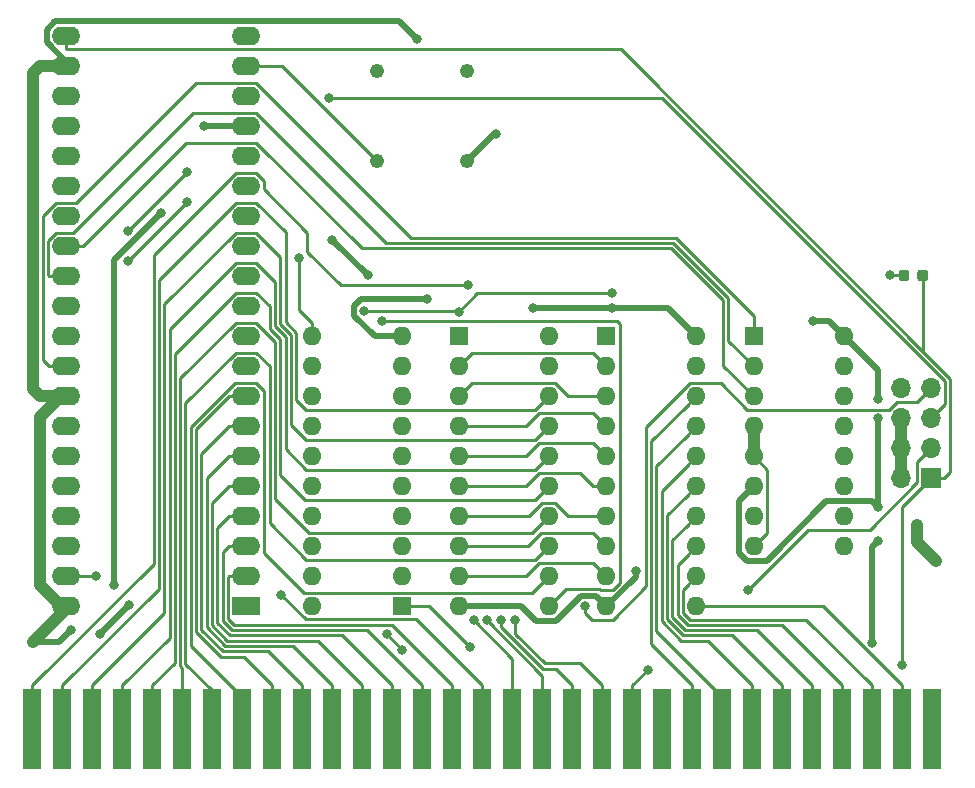
<source format=gbr>
G04 #@! TF.GenerationSoftware,KiCad,Pcbnew,(5.1.5)-3*
G04 #@! TF.CreationDate,2021-12-23T14:00:04+02:00*
G04 #@! TF.ProjectId,CPU,4350552e-6b69-4636-9164-5f7063625858,rev?*
G04 #@! TF.SameCoordinates,Original*
G04 #@! TF.FileFunction,Copper,L1,Top*
G04 #@! TF.FilePolarity,Positive*
%FSLAX46Y46*%
G04 Gerber Fmt 4.6, Leading zero omitted, Abs format (unit mm)*
G04 Created by KiCad (PCBNEW (5.1.5)-3) date 2021-12-23 14:00:04*
%MOMM*%
%LPD*%
G04 APERTURE LIST*
%ADD10C,1.210000*%
%ADD11C,0.100000*%
%ADD12O,2.400000X1.600000*%
%ADD13R,2.400000X1.600000*%
%ADD14O,1.700000X1.700000*%
%ADD15R,1.700000X1.700000*%
%ADD16O,1.600000X1.600000*%
%ADD17R,1.600000X1.600000*%
%ADD18R,1.524000X6.858000*%
%ADD19C,0.800000*%
%ADD20C,1.000000*%
%ADD21C,0.250000*%
%ADD22C,1.000000*%
%ADD23C,0.500000*%
G04 APERTURE END LIST*
D10*
X138700000Y-72320000D03*
X131080000Y-72320000D03*
X131080000Y-64700000D03*
X138700000Y-64700000D03*
G04 #@! TA.AperFunction,SMDPad,CuDef*
D11*
G36*
X177527691Y-81526053D02*
G01*
X177548926Y-81529203D01*
X177569750Y-81534419D01*
X177589962Y-81541651D01*
X177609368Y-81550830D01*
X177627781Y-81561866D01*
X177645024Y-81574654D01*
X177660930Y-81589070D01*
X177675346Y-81604976D01*
X177688134Y-81622219D01*
X177699170Y-81640632D01*
X177708349Y-81660038D01*
X177715581Y-81680250D01*
X177720797Y-81701074D01*
X177723947Y-81722309D01*
X177725000Y-81743750D01*
X177725000Y-82256250D01*
X177723947Y-82277691D01*
X177720797Y-82298926D01*
X177715581Y-82319750D01*
X177708349Y-82339962D01*
X177699170Y-82359368D01*
X177688134Y-82377781D01*
X177675346Y-82395024D01*
X177660930Y-82410930D01*
X177645024Y-82425346D01*
X177627781Y-82438134D01*
X177609368Y-82449170D01*
X177589962Y-82458349D01*
X177569750Y-82465581D01*
X177548926Y-82470797D01*
X177527691Y-82473947D01*
X177506250Y-82475000D01*
X177068750Y-82475000D01*
X177047309Y-82473947D01*
X177026074Y-82470797D01*
X177005250Y-82465581D01*
X176985038Y-82458349D01*
X176965632Y-82449170D01*
X176947219Y-82438134D01*
X176929976Y-82425346D01*
X176914070Y-82410930D01*
X176899654Y-82395024D01*
X176886866Y-82377781D01*
X176875830Y-82359368D01*
X176866651Y-82339962D01*
X176859419Y-82319750D01*
X176854203Y-82298926D01*
X176851053Y-82277691D01*
X176850000Y-82256250D01*
X176850000Y-81743750D01*
X176851053Y-81722309D01*
X176854203Y-81701074D01*
X176859419Y-81680250D01*
X176866651Y-81660038D01*
X176875830Y-81640632D01*
X176886866Y-81622219D01*
X176899654Y-81604976D01*
X176914070Y-81589070D01*
X176929976Y-81574654D01*
X176947219Y-81561866D01*
X176965632Y-81550830D01*
X176985038Y-81541651D01*
X177005250Y-81534419D01*
X177026074Y-81529203D01*
X177047309Y-81526053D01*
X177068750Y-81525000D01*
X177506250Y-81525000D01*
X177527691Y-81526053D01*
G37*
G04 #@! TD.AperFunction*
G04 #@! TA.AperFunction,SMDPad,CuDef*
G36*
X175952691Y-81526053D02*
G01*
X175973926Y-81529203D01*
X175994750Y-81534419D01*
X176014962Y-81541651D01*
X176034368Y-81550830D01*
X176052781Y-81561866D01*
X176070024Y-81574654D01*
X176085930Y-81589070D01*
X176100346Y-81604976D01*
X176113134Y-81622219D01*
X176124170Y-81640632D01*
X176133349Y-81660038D01*
X176140581Y-81680250D01*
X176145797Y-81701074D01*
X176148947Y-81722309D01*
X176150000Y-81743750D01*
X176150000Y-82256250D01*
X176148947Y-82277691D01*
X176145797Y-82298926D01*
X176140581Y-82319750D01*
X176133349Y-82339962D01*
X176124170Y-82359368D01*
X176113134Y-82377781D01*
X176100346Y-82395024D01*
X176085930Y-82410930D01*
X176070024Y-82425346D01*
X176052781Y-82438134D01*
X176034368Y-82449170D01*
X176014962Y-82458349D01*
X175994750Y-82465581D01*
X175973926Y-82470797D01*
X175952691Y-82473947D01*
X175931250Y-82475000D01*
X175493750Y-82475000D01*
X175472309Y-82473947D01*
X175451074Y-82470797D01*
X175430250Y-82465581D01*
X175410038Y-82458349D01*
X175390632Y-82449170D01*
X175372219Y-82438134D01*
X175354976Y-82425346D01*
X175339070Y-82410930D01*
X175324654Y-82395024D01*
X175311866Y-82377781D01*
X175300830Y-82359368D01*
X175291651Y-82339962D01*
X175284419Y-82319750D01*
X175279203Y-82298926D01*
X175276053Y-82277691D01*
X175275000Y-82256250D01*
X175275000Y-81743750D01*
X175276053Y-81722309D01*
X175279203Y-81701074D01*
X175284419Y-81680250D01*
X175291651Y-81660038D01*
X175300830Y-81640632D01*
X175311866Y-81622219D01*
X175324654Y-81604976D01*
X175339070Y-81589070D01*
X175354976Y-81574654D01*
X175372219Y-81561866D01*
X175390632Y-81550830D01*
X175410038Y-81541651D01*
X175430250Y-81534419D01*
X175451074Y-81529203D01*
X175472309Y-81526053D01*
X175493750Y-81525000D01*
X175931250Y-81525000D01*
X175952691Y-81526053D01*
G37*
G04 #@! TD.AperFunction*
D12*
X104760000Y-110000000D03*
X120000000Y-61740000D03*
X104760000Y-107460000D03*
X120000000Y-64280000D03*
X104760000Y-104920000D03*
X120000000Y-66820000D03*
X104760000Y-102380000D03*
X120000000Y-69360000D03*
X104760000Y-99840000D03*
X120000000Y-71900000D03*
X104760000Y-97300000D03*
X120000000Y-74440000D03*
X104760000Y-94760000D03*
X120000000Y-76980000D03*
X104760000Y-92220000D03*
X120000000Y-79520000D03*
X104760000Y-89680000D03*
X120000000Y-82060000D03*
X104760000Y-87140000D03*
X120000000Y-84600000D03*
X104760000Y-84600000D03*
X120000000Y-87140000D03*
X104760000Y-82060000D03*
X120000000Y-89680000D03*
X104760000Y-79520000D03*
X120000000Y-92220000D03*
X104760000Y-76980000D03*
X120000000Y-94760000D03*
X104760000Y-74440000D03*
X120000000Y-97300000D03*
X104760000Y-71900000D03*
X120000000Y-99840000D03*
X104760000Y-69360000D03*
X120000000Y-102380000D03*
X104760000Y-66820000D03*
X120000000Y-104920000D03*
X104760000Y-64280000D03*
X120000000Y-107460000D03*
X104760000Y-61740000D03*
D13*
X120000000Y-110000000D03*
D14*
X175460000Y-91530000D03*
X178000000Y-91530000D03*
X175460000Y-94070000D03*
X178000000Y-94070000D03*
X175460000Y-96610000D03*
X178000000Y-96610000D03*
X175460000Y-99150000D03*
D15*
X178000000Y-99150000D03*
D16*
X158120000Y-87150000D03*
X150500000Y-110010000D03*
X158120000Y-89690000D03*
X150500000Y-107470000D03*
X158120000Y-92230000D03*
X150500000Y-104930000D03*
X158120000Y-94770000D03*
X150500000Y-102390000D03*
X158120000Y-97310000D03*
X150500000Y-99850000D03*
X158120000Y-99850000D03*
X150500000Y-97310000D03*
X158120000Y-102390000D03*
X150500000Y-94770000D03*
X158120000Y-104930000D03*
X150500000Y-92230000D03*
X158120000Y-107470000D03*
X150500000Y-89690000D03*
X158120000Y-110010000D03*
D17*
X150500000Y-87150000D03*
D16*
X125580000Y-110000000D03*
X133200000Y-87140000D03*
X125580000Y-107460000D03*
X133200000Y-89680000D03*
X125580000Y-104920000D03*
X133200000Y-92220000D03*
X125580000Y-102380000D03*
X133200000Y-94760000D03*
X125580000Y-99840000D03*
X133200000Y-97300000D03*
X125580000Y-97300000D03*
X133200000Y-99840000D03*
X125580000Y-94760000D03*
X133200000Y-102380000D03*
X125580000Y-92220000D03*
X133200000Y-104920000D03*
X125580000Y-89680000D03*
X133200000Y-107460000D03*
X125580000Y-87140000D03*
D17*
X133200000Y-110000000D03*
D16*
X145620000Y-87150000D03*
X138000000Y-110010000D03*
X145620000Y-89690000D03*
X138000000Y-107470000D03*
X145620000Y-92230000D03*
X138000000Y-104930000D03*
X145620000Y-94770000D03*
X138000000Y-102390000D03*
X145620000Y-97310000D03*
X138000000Y-99850000D03*
X145620000Y-99850000D03*
X138000000Y-97310000D03*
X145620000Y-102390000D03*
X138000000Y-94770000D03*
X145620000Y-104930000D03*
X138000000Y-92230000D03*
X145620000Y-107470000D03*
X138000000Y-89690000D03*
X145620000Y-110010000D03*
D17*
X138000000Y-87150000D03*
D16*
X170620000Y-87150000D03*
X163000000Y-104930000D03*
X170620000Y-89690000D03*
X163000000Y-102390000D03*
X170620000Y-92230000D03*
X163000000Y-99850000D03*
X170620000Y-94770000D03*
X163000000Y-97310000D03*
X170620000Y-97310000D03*
X163000000Y-94770000D03*
X170620000Y-99850000D03*
X163000000Y-92230000D03*
X170620000Y-102390000D03*
X163000000Y-89690000D03*
X170620000Y-104930000D03*
D17*
X163000000Y-87150000D03*
D18*
X101900000Y-120381000D03*
X104440000Y-120381000D03*
X106980000Y-120381000D03*
X109520000Y-120381000D03*
X112060000Y-120381000D03*
X114600000Y-120381000D03*
X117140000Y-120381000D03*
X119680000Y-120381000D03*
X122220000Y-120381000D03*
X124760000Y-120381000D03*
X127300000Y-120381000D03*
X129840000Y-120381000D03*
X132380000Y-120381000D03*
X134920000Y-120381000D03*
X137460000Y-120381000D03*
X140000000Y-120381000D03*
X142540000Y-120381000D03*
X145080000Y-120381000D03*
X147620000Y-120381000D03*
X150160000Y-120381000D03*
X152700000Y-120381000D03*
X155240000Y-120381000D03*
X157780000Y-120381000D03*
X160320000Y-120381000D03*
X162860000Y-120381000D03*
X165400000Y-120381000D03*
X167940000Y-120381000D03*
X170480000Y-120381000D03*
X173020000Y-120381000D03*
X175560000Y-120381000D03*
X178100000Y-120381000D03*
D19*
X127300000Y-79000000D03*
X153000000Y-107000000D03*
X116460000Y-69360000D03*
X112800000Y-76700000D03*
X108800000Y-108200000D03*
D20*
X176800000Y-103100000D03*
X178400000Y-106200000D03*
D19*
X130300000Y-82000000D03*
X135300000Y-84000000D03*
X174500000Y-82000000D03*
D20*
X102000000Y-113000000D03*
D19*
X110100000Y-109900000D03*
X107600000Y-112400000D03*
X141200000Y-70000000D03*
X151000000Y-84800000D03*
X144300000Y-84800000D03*
X167999999Y-85899999D03*
X173020000Y-113120000D03*
X173500000Y-104500000D03*
X173500000Y-101600000D03*
X173500000Y-94100000D03*
X173500000Y-92500000D03*
X105200000Y-112000000D03*
X134489990Y-62010010D03*
X175560000Y-115000000D03*
X123000000Y-109085002D03*
X107289994Y-107460000D03*
X139300000Y-111200000D03*
X140400000Y-111200000D03*
X141600000Y-111200000D03*
X142800000Y-111200000D03*
X138778996Y-82848996D03*
X110000000Y-78230000D03*
X115000000Y-73230000D03*
X110000000Y-80770000D03*
X115000000Y-75770000D03*
X124500000Y-80500000D03*
X131500000Y-85900000D03*
X139000000Y-113500000D03*
X151000000Y-83500000D03*
X138000000Y-85100000D03*
X130000000Y-85000000D03*
X127000000Y-67000000D03*
X133200000Y-113700000D03*
X131900000Y-112400000D03*
X148700000Y-110000000D03*
X154000000Y-115402000D03*
X162500000Y-108600000D03*
D21*
X164125001Y-103804999D02*
X163799999Y-104130001D01*
X164125001Y-98435001D02*
X164125001Y-103804999D01*
X163799999Y-104130001D02*
X163000000Y-104930000D01*
X163000000Y-97310000D02*
X164125001Y-98435001D01*
D22*
X163000000Y-96178630D02*
X163000000Y-94770000D01*
X163000000Y-97310000D02*
X163000000Y-96178630D01*
X175460000Y-97947919D02*
X175460000Y-96610000D01*
X175460000Y-99150000D02*
X175460000Y-97947919D01*
X175460000Y-95407919D02*
X175460000Y-94070000D01*
X175460000Y-96610000D02*
X175460000Y-95407919D01*
D21*
X150555685Y-110010000D02*
X150500000Y-110010000D01*
D23*
X120000000Y-69360000D02*
X116460000Y-69360000D01*
X116460000Y-69360000D02*
X116460000Y-69360000D01*
X153000000Y-107510000D02*
X150500000Y-110010000D01*
X153000000Y-107000000D02*
X153000000Y-107510000D01*
X139131370Y-110010000D02*
X138000000Y-110010000D01*
X143268002Y-110010000D02*
X139131370Y-110010000D01*
X144518003Y-111260001D02*
X143268002Y-110010000D01*
X146220001Y-111260001D02*
X144518003Y-111260001D01*
X148330003Y-109149999D02*
X146220001Y-111260001D01*
X149639999Y-109149999D02*
X148330003Y-109149999D01*
X150500000Y-110010000D02*
X149639999Y-109149999D01*
X108800000Y-80700000D02*
X108800000Y-108200000D01*
X112800000Y-76700000D02*
X108800000Y-80700000D01*
D22*
X176800000Y-104600000D02*
X178400000Y-106200000D01*
X176800000Y-103100000D02*
X176800000Y-104600000D01*
D23*
X127300000Y-79000000D02*
X130300000Y-82000000D01*
X130300000Y-82000000D02*
X130300000Y-82000000D01*
X132068630Y-87140000D02*
X133200000Y-87140000D01*
X130881998Y-87140000D02*
X132068630Y-87140000D01*
X129149999Y-85408001D02*
X130881998Y-87140000D01*
X129149999Y-84591999D02*
X129149999Y-85408001D01*
X129741998Y-84000000D02*
X129149999Y-84591999D01*
X135300000Y-84000000D02*
X129741998Y-84000000D01*
D22*
X102560000Y-94020000D02*
X104360000Y-92220000D01*
X104360000Y-92220000D02*
X104760000Y-92220000D01*
X102560000Y-108200000D02*
X102560000Y-94020000D01*
X104360000Y-110000000D02*
X102560000Y-108200000D01*
X104760000Y-110000000D02*
X104360000Y-110000000D01*
X102560000Y-64280000D02*
X104760000Y-64280000D01*
X101959970Y-64880030D02*
X102560000Y-64280000D01*
X101959970Y-91619970D02*
X101959970Y-64880030D01*
X102560000Y-92220000D02*
X101959970Y-91619970D01*
X104760000Y-92220000D02*
X102560000Y-92220000D01*
D23*
X110100000Y-109900000D02*
X107600000Y-112400000D01*
X107600000Y-112400000D02*
X107600000Y-112400000D01*
X103109990Y-61222229D02*
X103842229Y-60489990D01*
X103109990Y-62257771D02*
X103109990Y-61222229D01*
X104760000Y-64280000D02*
X105132219Y-64280000D01*
X105132219Y-64280000D02*
X103109990Y-62257771D01*
X141020000Y-70000000D02*
X138700000Y-72320000D01*
X141200000Y-70000000D02*
X141020000Y-70000000D01*
X151000000Y-84800000D02*
X144300000Y-84800000D01*
X144300000Y-84800000D02*
X144300000Y-84800000D01*
X155770000Y-84800000D02*
X158120000Y-87150000D01*
X151000000Y-84800000D02*
X155770000Y-84800000D01*
X169369999Y-85899999D02*
X170620000Y-87150000D01*
X167999999Y-85899999D02*
X169369999Y-85899999D01*
X173020000Y-113120000D02*
X173020000Y-104980000D01*
X173020000Y-104980000D02*
X173500000Y-104500000D01*
X173500000Y-104500000D02*
X173500000Y-104500000D01*
X173500000Y-101600000D02*
X173500000Y-94100000D01*
X173500000Y-94100000D02*
X173500000Y-94100000D01*
X173500000Y-90030000D02*
X170620000Y-87150000D01*
X173500000Y-92500000D02*
X173500000Y-90030000D01*
X173039999Y-101139999D02*
X173100001Y-101200001D01*
X169146815Y-101139999D02*
X173039999Y-101139999D01*
X164106813Y-106180001D02*
X169146815Y-101139999D01*
X162399999Y-106180001D02*
X164106813Y-106180001D01*
X173100001Y-101200001D02*
X173500000Y-101600000D01*
X161749999Y-105530001D02*
X162399999Y-106180001D01*
X161749999Y-101100001D02*
X161749999Y-105530001D01*
X163000000Y-99850000D02*
X161749999Y-101100001D01*
X104200000Y-113000000D02*
X105200000Y-112000000D01*
X102000000Y-113000000D02*
X104200000Y-113000000D01*
D22*
X104760000Y-110240000D02*
X102000000Y-113000000D01*
X104760000Y-110000000D02*
X104760000Y-110240000D01*
D23*
X132969970Y-60489990D02*
X103842229Y-60489990D01*
X134489990Y-62010010D02*
X132969970Y-60489990D01*
D21*
X175712500Y-82000000D02*
X174500000Y-82000000D01*
X123040000Y-64280000D02*
X131080000Y-72320000D01*
X120000000Y-64280000D02*
X123040000Y-64280000D01*
X175560000Y-101590000D02*
X178000000Y-99150000D01*
X175560000Y-115000000D02*
X175560000Y-101590000D01*
X104760000Y-62790000D02*
X104760000Y-61740000D01*
X104835010Y-62865010D02*
X104760000Y-62790000D01*
X151710422Y-62865010D02*
X104835010Y-62865010D01*
X179625010Y-98624990D02*
X179625010Y-90779598D01*
X178000000Y-99150000D02*
X179100000Y-99150000D01*
X179100000Y-99150000D02*
X179625010Y-98624990D01*
X179625010Y-90779598D02*
X151710422Y-62865010D01*
X177287500Y-88412500D02*
X177272706Y-88427294D01*
X177287500Y-82000000D02*
X177287500Y-88412500D01*
X125039999Y-111125001D02*
X123000000Y-109085002D01*
X134423001Y-111125001D02*
X125039999Y-111125001D01*
X140000000Y-120381000D02*
X140000000Y-116702000D01*
X140000000Y-116702000D02*
X134423001Y-111125001D01*
X123000000Y-109085002D02*
X123000000Y-109085002D01*
X107289994Y-107460000D02*
X107289994Y-107460000D01*
X107289994Y-107460000D02*
X104760000Y-107460000D01*
X142540000Y-120381000D02*
X142540000Y-114440000D01*
X142540000Y-114440000D02*
X139300000Y-111200000D01*
X139300000Y-111200000D02*
X139300000Y-111200000D01*
X145080000Y-120381000D02*
X145080000Y-115880000D01*
X145080000Y-115880000D02*
X140400000Y-111200000D01*
X140400000Y-111200000D02*
X140400000Y-111200000D01*
X146218000Y-115300000D02*
X145136410Y-115300000D01*
X147620000Y-120381000D02*
X147620000Y-116702000D01*
X147620000Y-116702000D02*
X146218000Y-115300000D01*
X145136410Y-115300000D02*
X141600000Y-111763590D01*
X141600000Y-111763590D02*
X141600000Y-111200000D01*
X141600000Y-111200000D02*
X141600000Y-111200000D01*
X150160000Y-116702000D02*
X148307990Y-114849990D01*
X150160000Y-120381000D02*
X150160000Y-116702000D01*
X148307990Y-114849990D02*
X145322810Y-114849990D01*
X145322810Y-114849990D02*
X142800000Y-112327180D01*
X142800000Y-112327180D02*
X142800000Y-111200000D01*
X142800000Y-111200000D02*
X142800000Y-111200000D01*
X118550000Y-92220000D02*
X120000000Y-92220000D01*
X115774939Y-94995061D02*
X118550000Y-92220000D01*
X115774939Y-112178401D02*
X115774939Y-94995061D01*
X117871603Y-114275065D02*
X115774939Y-112178401D01*
X119793066Y-114275066D02*
X117871603Y-114275065D01*
X122220000Y-116702000D02*
X119793066Y-114275066D01*
X122220000Y-120381000D02*
X122220000Y-116702000D01*
X121883057Y-113825057D02*
X118058004Y-113825056D01*
X118058004Y-113825056D02*
X116224949Y-111992001D01*
X124760000Y-116702000D02*
X121883057Y-113825057D01*
X118550000Y-94760000D02*
X120000000Y-94760000D01*
X116224949Y-97085051D02*
X118550000Y-94760000D01*
X116224949Y-111992001D02*
X116224949Y-97085051D01*
X124760000Y-120381000D02*
X124760000Y-116702000D01*
X118550000Y-97300000D02*
X120000000Y-97300000D01*
X116674959Y-99175041D02*
X118550000Y-97300000D01*
X116674959Y-111805601D02*
X116674959Y-99175041D01*
X118244405Y-113375047D02*
X116674959Y-111805601D01*
X123973048Y-113375048D02*
X118244405Y-113375047D01*
X127300000Y-116702000D02*
X123973048Y-113375048D01*
X127300000Y-120381000D02*
X127300000Y-116702000D01*
X118550000Y-99840000D02*
X120000000Y-99840000D01*
X117124969Y-101265031D02*
X118550000Y-99840000D01*
X117124969Y-111619201D02*
X117124969Y-101265031D01*
X118430806Y-112925038D02*
X117124969Y-111619201D01*
X126063039Y-112925039D02*
X118430806Y-112925038D01*
X129840000Y-116702000D02*
X126063039Y-112925039D01*
X129840000Y-120381000D02*
X129840000Y-116702000D01*
X117574979Y-111432801D02*
X117574979Y-103355021D01*
X118550000Y-102380000D02*
X120000000Y-102380000D01*
X118617207Y-112475029D02*
X117574979Y-111432801D01*
X117574979Y-103355021D02*
X118550000Y-102380000D01*
X128153030Y-112475030D02*
X118617207Y-112475029D01*
X132380000Y-116702000D02*
X128153030Y-112475030D01*
X132380000Y-120381000D02*
X132380000Y-116702000D01*
X118550000Y-104920000D02*
X120000000Y-104920000D01*
X118024989Y-111246401D02*
X118024989Y-105445011D01*
X118024989Y-105445011D02*
X118550000Y-104920000D01*
X130243021Y-112025021D02*
X118803608Y-112025020D01*
X118803608Y-112025020D02*
X118024989Y-111246401D01*
X134920000Y-116702000D02*
X130243021Y-112025021D01*
X134920000Y-120381000D02*
X134920000Y-116702000D01*
X118474999Y-107535001D02*
X118550000Y-107460000D01*
X118474999Y-111060001D02*
X118474999Y-107535001D01*
X118990009Y-111575011D02*
X118474999Y-111060001D01*
X118550000Y-107460000D02*
X120000000Y-107460000D01*
X132333011Y-111575011D02*
X118990009Y-111575011D01*
X137460000Y-116702000D02*
X132333011Y-111575011D01*
X137460000Y-120381000D02*
X137460000Y-116702000D01*
X139131370Y-107470000D02*
X138000000Y-107470000D01*
X143716410Y-107470000D02*
X139131370Y-107470000D01*
X149374999Y-106344999D02*
X144841411Y-106344999D01*
X144841411Y-106344999D02*
X143716410Y-107470000D01*
X150500000Y-107470000D02*
X149374999Y-106344999D01*
X154294941Y-96055059D02*
X157320001Y-93029999D01*
X154294941Y-113216941D02*
X154294941Y-96055059D01*
X157780000Y-116702000D02*
X154294941Y-113216941D01*
X157320001Y-93029999D02*
X158120000Y-92230000D01*
X157780000Y-120381000D02*
X157780000Y-116702000D01*
X139131370Y-104930000D02*
X138000000Y-104930000D01*
X143870000Y-104930000D02*
X139131370Y-104930000D01*
X144995001Y-103804999D02*
X143870000Y-104930000D01*
X149374999Y-103804999D02*
X144995001Y-103804999D01*
X150500000Y-104930000D02*
X149374999Y-103804999D01*
X154744950Y-98145050D02*
X157320001Y-95569999D01*
X157320001Y-95569999D02*
X158120000Y-94770000D01*
X154744950Y-112138950D02*
X154744950Y-98145050D01*
X160320000Y-117714000D02*
X154744950Y-112138950D01*
X160320000Y-120381000D02*
X160320000Y-117714000D01*
X139131370Y-102390000D02*
X138000000Y-102390000D01*
X143954998Y-102390000D02*
X139131370Y-102390000D01*
X145079999Y-101264999D02*
X143954998Y-102390000D01*
X146160001Y-101264999D02*
X145079999Y-101264999D01*
X147285002Y-102390000D02*
X146160001Y-101264999D01*
X150500000Y-102390000D02*
X147285002Y-102390000D01*
X157320001Y-98109999D02*
X158120000Y-97310000D01*
X155194959Y-100235041D02*
X157320001Y-98109999D01*
X155194959Y-111295601D02*
X155194959Y-100235041D01*
X156834395Y-112935037D02*
X155194959Y-111295601D01*
X159093038Y-112935038D02*
X156834395Y-112935037D01*
X162860000Y-116702000D02*
X159093038Y-112935038D01*
X162860000Y-120381000D02*
X162860000Y-116702000D01*
X139131370Y-99850000D02*
X138000000Y-99850000D01*
X143716410Y-99850000D02*
X139131370Y-99850000D01*
X144841411Y-98724999D02*
X143716410Y-99850000D01*
X148243629Y-98724999D02*
X144841411Y-98724999D01*
X149368630Y-99850000D02*
X148243629Y-98724999D01*
X150500000Y-99850000D02*
X149368630Y-99850000D01*
X157320001Y-100649999D02*
X158120000Y-99850000D01*
X155644969Y-102325031D02*
X157320001Y-100649999D01*
X155644969Y-111109201D02*
X155644969Y-102325031D01*
X157020796Y-112485028D02*
X155644969Y-111109201D01*
X161183029Y-112485029D02*
X157020796Y-112485028D01*
X165400000Y-116702000D02*
X161183029Y-112485029D01*
X165400000Y-120381000D02*
X165400000Y-116702000D01*
X139131370Y-97310000D02*
X138000000Y-97310000D01*
X143716410Y-97310000D02*
X139131370Y-97310000D01*
X144841411Y-96184999D02*
X143716410Y-97310000D01*
X149374999Y-96184999D02*
X144841411Y-96184999D01*
X150500000Y-97310000D02*
X149374999Y-96184999D01*
X157320001Y-103189999D02*
X158120000Y-102390000D01*
X156094979Y-104415021D02*
X157320001Y-103189999D01*
X156094979Y-110922801D02*
X156094979Y-104415021D01*
X157207197Y-112035019D02*
X156094979Y-110922801D01*
X163273020Y-112035020D02*
X157207197Y-112035019D01*
X167940000Y-116702000D02*
X163273020Y-112035020D01*
X167940000Y-120381000D02*
X167940000Y-116702000D01*
X139131370Y-94770000D02*
X138000000Y-94770000D01*
X143716410Y-94770000D02*
X139131370Y-94770000D01*
X144841411Y-93644999D02*
X143716410Y-94770000D01*
X149374999Y-93644999D02*
X144841411Y-93644999D01*
X150500000Y-94770000D02*
X149374999Y-93644999D01*
X157320001Y-105729999D02*
X158120000Y-104930000D01*
X156544989Y-106505011D02*
X157320001Y-105729999D01*
X156544989Y-110736401D02*
X156544989Y-106505011D01*
X165363011Y-111585011D02*
X157393598Y-111585010D01*
X170480000Y-116702000D02*
X165363011Y-111585011D01*
X157393598Y-111585010D02*
X156544989Y-110736401D01*
X170480000Y-120381000D02*
X170480000Y-116702000D01*
X139125001Y-91104999D02*
X138799999Y-91430001D01*
X147285002Y-92230000D02*
X146160001Y-91104999D01*
X138799999Y-91430001D02*
X138000000Y-92230000D01*
X146160001Y-91104999D02*
X139125001Y-91104999D01*
X150500000Y-92230000D02*
X147285002Y-92230000D01*
X157320001Y-108269999D02*
X158120000Y-107470000D01*
X156994999Y-108595001D02*
X157320001Y-108269999D01*
X167453001Y-111135001D02*
X157579999Y-111135001D01*
X156994999Y-110550001D02*
X156994999Y-108595001D01*
X173020000Y-116702000D02*
X167453001Y-111135001D01*
X157579999Y-111135001D02*
X156994999Y-110550001D01*
X173020000Y-120381000D02*
X173020000Y-116702000D01*
X139125001Y-88564999D02*
X138799999Y-88890001D01*
X149374999Y-88564999D02*
X139125001Y-88564999D01*
X138799999Y-88890001D02*
X138000000Y-89690000D01*
X150500000Y-89690000D02*
X149374999Y-88564999D01*
X159251370Y-110010000D02*
X158120000Y-110010000D01*
X168868000Y-110010000D02*
X159251370Y-110010000D01*
X175560000Y-116702000D02*
X168868000Y-110010000D01*
X175560000Y-120381000D02*
X175560000Y-116702000D01*
X120865994Y-91094990D02*
X121525010Y-91754006D01*
X119680000Y-117714000D02*
X115324930Y-113358930D01*
X115324930Y-94808660D02*
X119038600Y-91094990D01*
X119038600Y-91094990D02*
X120865994Y-91094990D01*
X121525010Y-91754006D02*
X121525010Y-105474990D01*
X119680000Y-120381000D02*
X119680000Y-117714000D01*
X115324930Y-113358930D02*
X115324930Y-94808660D01*
X144820001Y-108269999D02*
X145620000Y-107470000D01*
X124925019Y-108874999D02*
X144215001Y-108874999D01*
X144215001Y-108874999D02*
X144820001Y-108269999D01*
X121525010Y-105474990D02*
X124925019Y-108874999D01*
X144820001Y-98109999D02*
X145620000Y-97310000D01*
X144494999Y-98435001D02*
X144820001Y-98109999D01*
X119134006Y-80934990D02*
X120865994Y-80934990D01*
X113524890Y-112697110D02*
X113524890Y-86544106D01*
X113524890Y-86544106D02*
X119134006Y-80934990D01*
X109520000Y-116702000D02*
X113524890Y-112697110D01*
X123350030Y-96735032D02*
X125049999Y-98435001D01*
X109520000Y-120381000D02*
X109520000Y-116702000D01*
X120865994Y-80934990D02*
X122450010Y-82519006D01*
X122450010Y-82519006D02*
X122450010Y-86326186D01*
X122450010Y-86326186D02*
X123350030Y-87226206D01*
X123350030Y-87226206D02*
X123350030Y-96735032D01*
X125049999Y-98435001D02*
X144494999Y-98435001D01*
X144820001Y-105729999D02*
X145620000Y-104930000D01*
X125055001Y-106055001D02*
X144494999Y-106055001D01*
X122000000Y-103000000D02*
X125055001Y-106055001D01*
X122000000Y-89688996D02*
X122000000Y-103000000D01*
X117140000Y-120381000D02*
X117140000Y-117140000D01*
X117140000Y-117140000D02*
X114874920Y-114874920D01*
X144494999Y-106055001D02*
X144820001Y-105729999D01*
X114874920Y-114874920D02*
X114874920Y-92814076D01*
X120865994Y-88554990D02*
X122000000Y-89688996D01*
X114874920Y-92814076D02*
X119134006Y-88554990D01*
X119134006Y-88554990D02*
X120865994Y-88554990D01*
X144820001Y-95569999D02*
X145620000Y-94770000D01*
X144494999Y-95895001D02*
X144820001Y-95569999D01*
X113074880Y-84454116D02*
X119134006Y-78394990D01*
X122900020Y-80429016D02*
X122900020Y-86139786D01*
X123800040Y-87039806D02*
X123800040Y-94645042D01*
X113074880Y-110607120D02*
X113074880Y-84454116D01*
X119134006Y-78394990D02*
X120865994Y-78394990D01*
X120865994Y-78394990D02*
X122900020Y-80429016D01*
X123800040Y-94645042D02*
X125049999Y-95895001D01*
X106980000Y-116702000D02*
X113074880Y-110607120D01*
X106980000Y-120381000D02*
X106980000Y-116702000D01*
X122900020Y-86139786D02*
X123800040Y-87039806D01*
X125049999Y-95895001D02*
X144494999Y-95895001D01*
X144820001Y-103189999D02*
X145620000Y-102390000D01*
X144215001Y-103794999D02*
X144820001Y-103189999D01*
X122450010Y-100915012D02*
X125329997Y-103794999D01*
X125329997Y-103794999D02*
X144215001Y-103794999D01*
X122450010Y-87599006D02*
X122450010Y-100915012D01*
X120865994Y-86014990D02*
X122450010Y-87599006D01*
X114600000Y-120381000D02*
X114600000Y-115236410D01*
X119134006Y-86014990D02*
X120865994Y-86014990D01*
X114600000Y-115236410D02*
X114424910Y-115061320D01*
X114424910Y-90724086D02*
X119134006Y-86014990D01*
X114424910Y-115061320D02*
X114424910Y-90724086D01*
X144820001Y-93029999D02*
X145620000Y-92230000D01*
X144494999Y-93355001D02*
X144820001Y-93029999D01*
X112624870Y-82364126D02*
X119134006Y-75854990D01*
X119134006Y-75854990D02*
X120865994Y-75854990D01*
X112624870Y-108517130D02*
X112624870Y-82364126D01*
X124250050Y-86853406D02*
X124250050Y-92555052D01*
X104440000Y-116702000D02*
X112624870Y-108517130D01*
X104440000Y-120381000D02*
X104440000Y-116702000D01*
X124250050Y-92555052D02*
X125049999Y-93355001D01*
X120865994Y-75854990D02*
X123350030Y-78339026D01*
X123350030Y-78339026D02*
X123350030Y-85953386D01*
X123350030Y-85953386D02*
X124250050Y-86853406D01*
X125049999Y-93355001D02*
X144494999Y-93355001D01*
X144820001Y-100649999D02*
X145620000Y-99850000D01*
X144494999Y-100975001D02*
X144820001Y-100649999D01*
X113974900Y-88634096D02*
X119134006Y-83474990D01*
X112060000Y-120381000D02*
X112060000Y-116702000D01*
X119134006Y-83474990D02*
X120865994Y-83474990D01*
X122000000Y-86512586D02*
X122900020Y-87412606D01*
X112060000Y-116702000D02*
X113974900Y-114787100D01*
X120865994Y-83474990D02*
X122000000Y-84608996D01*
X113974900Y-114787100D02*
X113974900Y-88634096D01*
X122900020Y-87412606D02*
X122900020Y-98900020D01*
X122000000Y-84608996D02*
X122000000Y-86512586D01*
X122900020Y-98900020D02*
X124975001Y-100975001D01*
X124975001Y-100975001D02*
X144494999Y-100975001D01*
X138778996Y-82848996D02*
X138778996Y-82848996D01*
X101900000Y-116702000D02*
X101900000Y-120381000D01*
X119134006Y-73314990D02*
X112174860Y-80274136D01*
X120865994Y-73314990D02*
X119134006Y-73314990D01*
X121525010Y-73974006D02*
X120865994Y-73314990D01*
X112174860Y-106427140D02*
X101900000Y-116702000D01*
X125200000Y-78400000D02*
X121525010Y-74725010D01*
X112174860Y-80274136D02*
X112174860Y-106427140D01*
X121525010Y-74725010D02*
X121525010Y-73974006D01*
X128048996Y-82848996D02*
X125200000Y-80000000D01*
X138778996Y-82848996D02*
X128048996Y-82848996D01*
X125200000Y-80000000D02*
X125200000Y-78400000D01*
X114955010Y-70774990D02*
X106210000Y-79520000D01*
X160400000Y-89630000D02*
X160400000Y-84100000D01*
X120865994Y-70774990D02*
X114955010Y-70774990D01*
X160400000Y-84100000D02*
X156000000Y-79700000D01*
X156000000Y-79700000D02*
X129791004Y-79700000D01*
X106210000Y-79520000D02*
X104760000Y-79520000D01*
X163000000Y-92230000D02*
X160400000Y-89630000D01*
X129791004Y-79700000D02*
X120865994Y-70774990D01*
X160850009Y-83913599D02*
X156186400Y-79249990D01*
X105336014Y-78394990D02*
X103894006Y-78394990D01*
X103310000Y-82060000D02*
X104760000Y-82060000D01*
X131880994Y-79249990D02*
X120865994Y-68234990D01*
X120865994Y-68234990D02*
X115496014Y-68234990D01*
X115496014Y-68234990D02*
X105336014Y-78394990D01*
X160850010Y-87540010D02*
X160850009Y-83913599D01*
X103234990Y-81984990D02*
X103310000Y-82060000D01*
X163000000Y-89690000D02*
X160850010Y-87540010D01*
X156186400Y-79249990D02*
X131880994Y-79249990D01*
X103894006Y-78394990D02*
X103234990Y-79054006D01*
X103234990Y-79054006D02*
X103234990Y-81984990D01*
X103310000Y-89680000D02*
X104760000Y-89680000D01*
X102784980Y-89154980D02*
X103310000Y-89680000D01*
X103894006Y-75854990D02*
X102784980Y-76964016D01*
X120865994Y-65694990D02*
X115785994Y-65694990D01*
X102784980Y-76964016D02*
X102784980Y-89154980D01*
X156372800Y-78799980D02*
X133970984Y-78799980D01*
X133970984Y-78799980D02*
X120865994Y-65694990D01*
X163000000Y-85427180D02*
X156372800Y-78799980D01*
X105625994Y-75854990D02*
X103894006Y-75854990D01*
X115785994Y-65694990D02*
X105625994Y-75854990D01*
X163000000Y-87150000D02*
X163000000Y-85427180D01*
X110000000Y-78230000D02*
X115000000Y-73230000D01*
X115000000Y-73230000D02*
X115000000Y-73230000D01*
X110000000Y-80770000D02*
X115000000Y-75770000D01*
X115000000Y-75770000D02*
X115000000Y-75770000D01*
X125580000Y-86008630D02*
X124500000Y-84928630D01*
X125580000Y-87140000D02*
X125580000Y-86008630D01*
X124500000Y-84928630D02*
X124500000Y-80500000D01*
X124500000Y-80500000D02*
X124500000Y-80500000D01*
X147055011Y-108574989D02*
X145620000Y-110010000D01*
X149939987Y-108574989D02*
X147055011Y-108574989D01*
X149959999Y-108595001D02*
X149939987Y-108574989D01*
X151435002Y-85900000D02*
X151625001Y-86089999D01*
X131500000Y-85900000D02*
X151435002Y-85900000D01*
X151625001Y-86089999D02*
X151625001Y-108010001D01*
X151625001Y-108010001D02*
X151040001Y-108595001D01*
X151040001Y-108595001D02*
X149959999Y-108595001D01*
X151000000Y-83500000D02*
X139600000Y-83500000D01*
X139600000Y-83500000D02*
X138000000Y-85100000D01*
X138000000Y-85100000D02*
X138000000Y-85100000D01*
X135500000Y-110000000D02*
X139000000Y-113500000D01*
X133200000Y-110000000D02*
X135500000Y-110000000D01*
X137900000Y-85000000D02*
X138000000Y-85100000D01*
X130000000Y-85000000D02*
X137900000Y-85000000D01*
X178000000Y-94070000D02*
X179175001Y-92894999D01*
X179175001Y-90965999D02*
X155209002Y-67000000D01*
X179175001Y-92894999D02*
X179175001Y-90965999D01*
X155209002Y-67000000D02*
X127000000Y-67000000D01*
X127000000Y-67000000D02*
X127000000Y-67000000D01*
X133200000Y-113700000D02*
X131900000Y-112400000D01*
X131900000Y-112400000D02*
X131900000Y-112400000D01*
X177150001Y-92379999D02*
X178000000Y-91530000D01*
X176824999Y-92705001D02*
X177150001Y-92379999D01*
X175085997Y-92705001D02*
X176824999Y-92705001D01*
X174435997Y-93355001D02*
X175085997Y-92705001D01*
X160209997Y-91104999D02*
X162459999Y-93355001D01*
X157579999Y-91104999D02*
X160209997Y-91104999D01*
X153844931Y-94840067D02*
X157579999Y-91104999D01*
X153844931Y-108330071D02*
X153844931Y-94840067D01*
X151040001Y-111135001D02*
X153844931Y-108330071D01*
X149269316Y-111135001D02*
X151040001Y-111135001D01*
X148700000Y-110565685D02*
X149269316Y-111135001D01*
X162459999Y-93355001D02*
X174435997Y-93355001D01*
X148700000Y-110000000D02*
X148700000Y-110565685D01*
X152700000Y-116702000D02*
X154000000Y-115402000D01*
X152700000Y-120381000D02*
X152700000Y-116702000D01*
X154000000Y-115402000D02*
X154000000Y-115402000D01*
X177150001Y-97459999D02*
X178000000Y-96610000D01*
X176824999Y-97785001D02*
X177150001Y-97459999D01*
X172834001Y-103515001D02*
X176824999Y-99524003D01*
X167584999Y-103515001D02*
X172834001Y-103515001D01*
X176824999Y-99524003D02*
X176824999Y-97785001D01*
X162500000Y-108600000D02*
X167584999Y-103515001D01*
M02*

</source>
